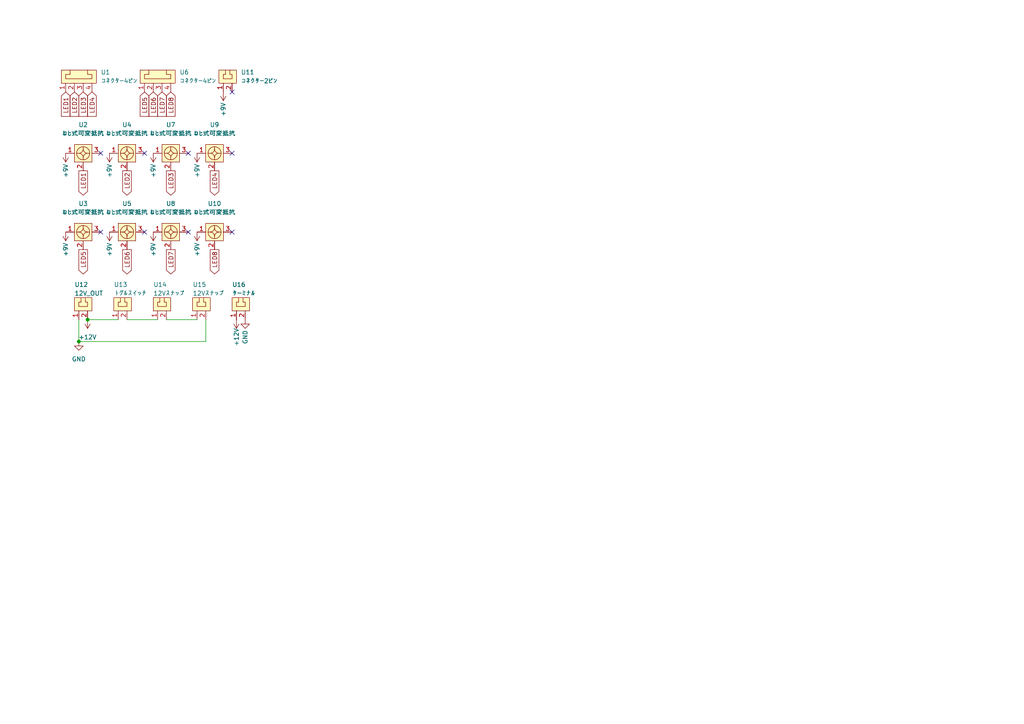
<source format=kicad_sch>
(kicad_sch (version 20211123) (generator eeschema)
  (paper "A4")
  (lib_symbols
    (symbol "power:+12V" (power) (pin_names (offset 0))
      (property "Value" "+12V" (at 0 3.556 0))
      (symbol "+12V_0_1"
        (polyline (pts (xy -0.762 1.27) (xy 0 2.54)))
        (polyline (pts (xy 0 0) (xy 0 2.54)))
        (polyline (pts (xy 0 2.54) (xy 0.762 1.27)))
      )
      (symbol "+12V_1_1"
        (pin power_in line (at 0 0 90) (length 0) hide (name "+12V") (number "1"))
      )
    )
    (symbol "power:+9V" (power) (pin_names (offset 0))
      (property "Value" "+9V" (at 0 3.556 0))
      (symbol "+9V_0_1"
        (polyline (pts (xy -0.762 1.27) (xy 0 2.54)))
        (polyline (pts (xy 0 0) (xy 0 2.54)))
        (polyline (pts (xy 0 2.54) (xy 0.762 1.27)))
      )
      (symbol "+9V_1_1"
        (pin power_in line (at 0 0 90) (length 0) hide (name "+9V") (number "1"))
      )
    )
    (symbol "power:GND" (power) (pin_names (offset 0))
      (property "Value" "GND" (at 0 -3.81 0))
      (symbol "GND_0_1"
        (polyline (pts (xy 0 0) (xy 0 -1.27) (xy 1.27 -1.27) (xy 0 -2.54) (xy -1.27 -1.27) (xy 0 -1.27)))
      )
      (symbol "GND_1_1"
        (pin power_in line (at 0 0 270) (length 0) hide (name "GND") (number "1"))
      )
    )
    (symbol "ねじ式可変抵抗_1"
      (property "Reference" "U" (at 0 0 0))
      (property "Value" "ねじ式可変抵抗_1" (at 0 0 0))
      (symbol "ねじ式可変抵抗_1_0_1"
        (rectangle (start -2.54 -1.905) (end 2.54 -6.985) (fill (type background)))
        (arc (start -1.2699 -4.4451) (mid -0.3719 -4.0731) (end 0.0001 -3.1751))
        (arc (start 0 -5.715) (mid -0.372 -4.817) (end -1.27 -4.445))
        (circle (center 0 -4.445) (radius 1.905))
        (arc (start 0 -3.175) (mid 0.372 -4.073) (end 1.27 -4.445))
        (polyline (pts (xy -1.27 -4.445) (xy -1.905 -4.445)))
        (polyline (pts (xy 0 -5.715) (xy 0 -6.35)))
        (polyline (pts (xy 0 -3.175) (xy 0 -2.54)))
        (polyline (pts (xy 1.905 -4.445) (xy 1.27 -4.445)))
        (arc (start 1.2699 -4.4449) (mid 0.3719 -4.8169) (end -0.0001 -5.7149))
      )
      (symbol "ねじ式可変抵抗_1_1_1"
        (pin input line (at -5.08 -4.445 0) (length 2.54) (name "") (number "1"))
        (pin input line (at 0 -9.525 90) (length 2.54) (name "") (number "2"))
        (pin input line (at 5.08 -4.445 180) (length 2.54) (name "") (number "3"))
      )
    )
    (symbol "自分のシンボルエディター:ねじ式可変抵抗"
      (property "Reference" "U" (at 0 0 0))
      (property "Value" "ねじ式可変抵抗" (at 0 0 0))
      (symbol "ねじ式可変抵抗_0_1"
        (rectangle (start -2.54 -1.905) (end 2.54 -6.985) (fill (type background)))
        (arc (start -1.2699 -4.4451) (mid -0.3719 -4.0731) (end 0.0001 -3.1751))
        (arc (start 0 -5.715) (mid -0.372 -4.817) (end -1.27 -4.445))
        (circle (center 0 -4.445) (radius 1.905))
        (arc (start 0 -3.175) (mid 0.372 -4.073) (end 1.27 -4.445))
        (polyline (pts (xy -1.27 -4.445) (xy -1.905 -4.445)))
        (polyline (pts (xy 0 -5.715) (xy 0 -6.35)))
        (polyline (pts (xy 0 -3.175) (xy 0 -2.54)))
        (polyline (pts (xy 1.905 -4.445) (xy 1.27 -4.445)))
        (arc (start 1.2699 -4.4449) (mid 0.3719 -4.8169) (end -0.0001 -5.7149))
      )
      (symbol "ねじ式可変抵抗_1_1"
        (pin input line (at -5.08 -4.445 0) (length 2.54) (name "") (number "1"))
        (pin input line (at 0 -9.525 90) (length 2.54) (name "") (number "2"))
        (pin input line (at 5.08 -4.445 180) (length 2.54) (name "") (number "3"))
      )
    )
    (symbol "自分のシンボルエディター:コネクター2ピン"
      (property "Reference" "U" (at 6.35 0 0))
      (property "Value" "コネクター2ピン" (at 0 0 0))
      (symbol "コネクター2ピン_0_1"
        (rectangle (start -2.54 -1.27) (end 2.54 -5.08) (fill (type background)))
        (polyline (pts (xy -0.635 -2.54) (xy -1.27 -2.54)))
        (polyline (pts (xy -0.635 -2.54) (xy -0.635 -1.27)))
        (polyline (pts (xy -1.27 -2.54) (xy -1.27 -3.81) (xy 1.27 -3.81) (xy 1.27 -2.54) (xy 0.635 -2.54) (xy 0.635 -1.27)))
      )
      (symbol "コネクター2ピン_1_1"
        (pin input line (at -1.27 -7.62 90) (length 2.54) (name "") (number "1"))
        (pin input line (at 1.27 -7.62 90) (length 2.54) (name "") (number "2"))
      )
    )
    (symbol "自分のシンボルエディター:コネクター4ピン"
      (property "Reference" "U" (at 6.35 0 0))
      (property "Value" "コネクター4ピン" (at 0 0 0))
      (symbol "コネクター4ピン_0_1"
        (rectangle (start -5.08 -1.27) (end 5.08 -5.08) (fill (type background)))
        (polyline (pts (xy -2.54 -2.54) (xy -2.54 -1.27)))
        (polyline (pts (xy -2.54 -2.54) (xy -3.81 -2.54) (xy -3.81 -3.81) (xy 3.81 -3.81) (xy 3.81 -2.54) (xy 2.54 -2.54) (xy 2.54 -1.27)))
      )
      (symbol "コネクター4ピン_1_1"
        (pin input line (at -3.81 -7.62 90) (length 2.54) (name "") (number "1"))
        (pin input line (at -1.27 -7.62 90) (length 2.54) (name "") (number "2"))
        (pin input line (at 1.27 -7.62 90) (length 2.54) (name "") (number "3"))
        (pin input line (at 3.81 -7.62 90) (length 2.54) (name "") (number "4"))
      )
    )
  )
  (junction (at 25.4 92.71))
  (junction (at 22.86 99.06))
  (no_connect (at 41.91 44.45))
  (no_connect (at 54.61 44.45))
  (no_connect (at 67.31 44.45))
  (no_connect (at 29.21 67.31))
  (no_connect (at 41.91 67.31))
  (no_connect (at 67.31 26.67))
  (no_connect (at 29.21 44.45))
  (no_connect (at 67.31 67.31))
  (no_connect (at 54.61 67.31))
  (wire (pts (xy 59.69 92.71) (xy 59.69 99.06)))
  (wire (pts (xy 25.4 92.71) (xy 34.29 92.71)))
  (wire (pts (xy 59.69 99.06) (xy 22.86 99.06)))
  (wire (pts (xy 36.83 92.71) (xy 45.72 92.71)))
  (wire (pts (xy 48.26 92.71) (xy 57.15 92.71)))
  (wire (pts (xy 22.86 99.06) (xy 22.86 92.71)))
  (global_label "LED2" (shape output) (at 36.83 49.53 270) (property "Intersheet References" "${INTERSHEET_REFS}" (effects hide)))
  (global_label "LED5" (shape output) (at 24.13 72.39 270) (property "Intersheet References" "${INTERSHEET_REFS}" (effects hide)))
  (global_label "LED7" (shape output) (at 49.53 72.39 270) (property "Intersheet References" "${INTERSHEET_REFS}" (effects hide)))
  (global_label "LED8" (shape input) (at 49.53 26.67 270) (property "Intersheet References" "${INTERSHEET_REFS}" (effects hide)))
  (global_label "LED6" (shape input) (at 44.45 26.67 270) (property "Intersheet References" "${INTERSHEET_REFS}" (effects hide)))
  (global_label "LED6" (shape output) (at 36.83 72.39 270) (property "Intersheet References" "${INTERSHEET_REFS}" (effects hide)))
  (global_label "LED2" (shape input) (at 21.59 26.67 270) (property "Intersheet References" "${INTERSHEET_REFS}" (effects hide)))
  (global_label "LED4" (shape output) (at 62.23 49.53 270) (property "Intersheet References" "${INTERSHEET_REFS}" (effects hide)))
  (global_label "LED1" (shape output) (at 24.13 49.53 270) (property "Intersheet References" "${INTERSHEET_REFS}" (effects hide)))
  (global_label "LED8" (shape output) (at 62.23 72.39 270) (property "Intersheet References" "${INTERSHEET_REFS}" (effects hide)))
  (global_label "LED7" (shape input) (at 46.99 26.67 270) (property "Intersheet References" "${INTERSHEET_REFS}" (effects hide)))
  (global_label "LED5" (shape input) (at 41.91 26.67 270) (property "Intersheet References" "${INTERSHEET_REFS}" (effects hide)))
  (global_label "LED4" (shape input) (at 26.67 26.67 270) (property "Intersheet References" "${INTERSHEET_REFS}" (effects hide)))
  (global_label "LED3" (shape output) (at 49.53 49.53 270) (property "Intersheet References" "${INTERSHEET_REFS}" (effects hide)))
  (global_label "LED3" (shape input) (at 24.13 26.67 270) (property "Intersheet References" "${INTERSHEET_REFS}" (effects hide)))
  (global_label "LED1" (shape input) (at 19.05 26.67 270) (property "Intersheet References" "${INTERSHEET_REFS}" (effects hide)))
  (symbol (lib_id "power:+9V") (at 31.75 67.31 180) (unit 1)
    (property "Reference" "#PWR0105" (effects hide))
    (property "Value" "+9V" (at 31.75 72.39 90))
  )
  (symbol (lib_id "power:+12V") (at 25.4 92.71 180) (unit 1)
    (property "Reference" "#PWR0108" (effects hide))
    (property "Value" "+12V" (at 25.4 97.79 0))
  )
  (symbol (lib_id "自分のシンボルエディター:コネクター2ピン") (at 24.13 85.09 0) (unit 1)
    (property "Reference" "U12" (at 21.59 82.55 0) (effects (justify left)))
    (property "Value" "12V_OUT" (at 21.59 85.09 0) (effects (justify left)))
    (property "Footprint" "自分のフットプリント:コネクター2ピン" (effects hide))
  )
  (symbol (lib_name "ねじ式可変抵抗_1") (lib_id "自分のシンボルエディター:ねじ式可変抵抗") (at 24.13 62.865 0) (unit 1)
    (property "Reference" "U3" (at 24.13 59.055 0))
    (property "Value" "ねじ式可変抵抗" (at 24.13 61.595 0))
    (property "Footprint" "自分のフットプリント:ねじ式可変抵抗" (effects hide))
  )
  (symbol (lib_id "power:+9V") (at 19.05 67.31 180) (unit 1)
    (property "Reference" "#PWR0106" (effects hide))
    (property "Value" "+9V" (at 19.05 72.39 90))
  )
  (symbol (lib_id "自分のシンボルエディター:コネクター2ピン") (at 35.56 85.09 0) (unit 1)
    (property "Reference" "U13" (at 33.02 82.55 0) (effects (justify left)))
    (property "Value" "トグルスイッチ" (at 33.02 85.09 0) (effects (justify left)))
    (property "Footprint" "自分のフットプリント:コネクター2ピン" (effects hide))
  )
  (symbol (lib_id "自分のシンボルエディター:ねじ式可変抵抗") (at 36.83 62.865 0) (unit 1)
    (property "Reference" "U5" (at 36.83 59.055 0))
    (property "Value" "ねじ式可変抵抗" (at 36.83 61.595 0))
    (property "Footprint" "自分のフットプリント:ねじ式可変抵抗" (effects hide))
  )
  (symbol (lib_id "自分のシンボルエディター:コネクター2ピン") (at 46.99 85.09 0) (unit 1)
    (property "Reference" "U14" (at 44.45 82.55 0) (effects (justify left)))
    (property "Value" "12Vスナップ" (at 44.45 85.09 0) (effects (justify left)))
    (property "Footprint" "自分のフットプリント:コネクター2ピン" (effects hide))
  )
  (symbol (lib_name "ねじ式可変抵抗_1") (lib_id "自分のシンボルエディター:ねじ式可変抵抗") (at 24.13 40.005 0) (unit 1)
    (property "Reference" "U2" (at 24.13 36.195 0))
    (property "Value" "ねじ式可変抵抗" (at 24.13 38.735 0))
    (property "Footprint" "自分のフットプリント:ねじ式可変抵抗" (effects hide))
  )
  (symbol (lib_id "自分のシンボルエディター:コネクター4ピン") (at 45.72 19.05 0) (unit 1)
    (property "Reference" "U6" (at 52.07 20.9549 0) (effects (justify left)))
    (property "Value" "コネクター4ピン" (at 52.07 23.4949 0) (effects (justify left)))
    (property "Footprint" "自分のフットプリント:コネクター4ピン" (effects hide))
  )
  (symbol (lib_id "power:+9V") (at 44.45 67.31 180) (unit 1)
    (property "Reference" "#PWR0109" (effects hide))
    (property "Value" "+9V" (at 44.45 72.39 90))
  )
  (symbol (lib_id "自分のシンボルエディター:コネクター2ピン") (at 58.42 85.09 0) (unit 1)
    (property "Reference" "U15" (at 55.88 82.55 0) (effects (justify left)))
    (property "Value" "12Vスナップ" (at 55.88 85.09 0) (effects (justify left)))
    (property "Footprint" "自分のフットプリント:コネクター2ピン" (effects hide))
  )
  (symbol (lib_id "power:+9V") (at 57.15 44.45 180) (unit 1)
    (property "Reference" "#PWR0102" (effects hide))
    (property "Value" "+9V" (at 57.15 49.53 90))
  )
  (symbol (lib_id "power:+9V") (at 44.45 44.45 180) (unit 1)
    (property "Reference" "#PWR0101" (effects hide))
    (property "Value" "+9V" (at 44.45 49.53 90))
  )
  (symbol (lib_id "power:+9V") (at 31.75 44.45 180) (unit 1)
    (property "Reference" "#PWR0104" (effects hide))
    (property "Value" "+9V" (at 31.75 49.53 90))
  )
  (symbol (lib_id "自分のシンボルエディター:ねじ式可変抵抗") (at 62.23 62.865 0) (unit 1)
    (property "Reference" "U10" (at 62.23 59.055 0))
    (property "Value" "ねじ式可変抵抗" (at 62.23 61.595 0))
    (property "Footprint" "自分のフットプリント:ねじ式可変抵抗" (effects hide))
  )
  (symbol (lib_id "power:GND") (at 71.12 92.71 0) (unit 1)
    (property "Reference" "#PWR0113" (effects hide))
    (property "Value" "GND" (at 71.12 97.79 90))
  )
  (symbol (lib_id "自分のシンボルエディター:ねじ式可変抵抗") (at 49.53 40.005 0) (unit 1)
    (property "Reference" "U7" (at 49.53 36.195 0))
    (property "Value" "ねじ式可変抵抗" (at 49.53 38.735 0))
    (property "Footprint" "自分のフットプリント:ねじ式可変抵抗" (effects hide))
  )
  (symbol (lib_id "power:+9V") (at 64.77 26.67 0) (mirror x) (unit 1)
    (property "Reference" "#PWR0107" (effects hide))
    (property "Value" "+9V" (at 64.77 31.75 90))
  )
  (symbol (lib_id "power:GND") (at 22.86 99.06 0) (unit 1)
    (property "Reference" "#PWR0111" (effects hide))
    (property "Value" "GND" (at 22.86 104.14 0))
  )
  (symbol (lib_id "power:+9V") (at 19.05 44.45 180) (unit 1)
    (property "Reference" "#PWR0103" (effects hide))
    (property "Value" "+9V" (at 19.05 49.53 90))
  )
  (symbol (lib_id "自分のシンボルエディター:ねじ式可変抵抗") (at 49.53 62.865 0) (unit 1)
    (property "Reference" "U8" (at 49.53 59.055 0))
    (property "Value" "ねじ式可変抵抗" (at 49.53 61.595 0))
    (property "Footprint" "自分のフットプリント:ねじ式可変抵抗" (effects hide))
  )
  (symbol (lib_id "自分のシンボルエディター:コネクター2ピン") (at 66.04 19.05 0) (unit 1)
    (property "Reference" "U11" (at 69.85 20.9549 0) (effects (justify left)))
    (property "Value" "コネクター2ピン" (at 69.85 23.4949 0) (effects (justify left)))
    (property "Footprint" "自分のフットプリント:コネクター2ピン" (effects hide))
  )
  (symbol (lib_id "自分のシンボルエディター:コネクター2ピン") (at 69.85 85.09 0) (unit 1)
    (property "Reference" "U16" (at 67.31 82.55 0) (effects (justify left)))
    (property "Value" "ターミナル" (at 67.31 85.09 0) (effects (justify left)))
    (property "Footprint" "自分のフットプリント:コネクター2ピン" (effects hide))
  )
  (symbol (lib_id "自分のシンボルエディター:ねじ式可変抵抗") (at 36.83 40.005 0) (unit 1)
    (property "Reference" "U4" (at 36.83 36.195 0))
    (property "Value" "ねじ式可変抵抗" (at 36.83 38.735 0))
    (property "Footprint" "自分のフットプリント:ねじ式可変抵抗" (effects hide))
  )
  (symbol (lib_id "power:+12V") (at 68.58 92.71 180) (unit 1)
    (property "Reference" "#PWR0112" (effects hide))
    (property "Value" "+12V" (at 68.58 97.79 90))
  )
  (symbol (lib_id "自分のシンボルエディター:ねじ式可変抵抗") (at 62.23 40.005 0) (unit 1)
    (property "Reference" "U9" (at 62.23 36.195 0))
    (property "Value" "ねじ式可変抵抗" (at 62.23 38.735 0))
    (property "Footprint" "自分のフットプリント:ねじ式可変抵抗" (effects hide))
  )
  (symbol (lib_id "power:+9V") (at 57.15 67.31 180) (unit 1)
    (property "Reference" "#PWR0110" (effects hide))
    (property "Value" "+9V" (at 57.15 72.39 90))
  )
  (symbol (lib_id "自分のシンボルエディター:コネクター4ピン") (at 22.86 19.05 0) (unit 1)
    (property "Reference" "U1" (at 29.21 20.9549 0) (effects (justify left)))
    (property "Value" "コネクター4ピン" (at 29.21 23.4949 0) (effects (justify left)))
    (property "Footprint" "自分のフットプリント:コネクター4ピン" (effects hide))
  )
)
</source>
